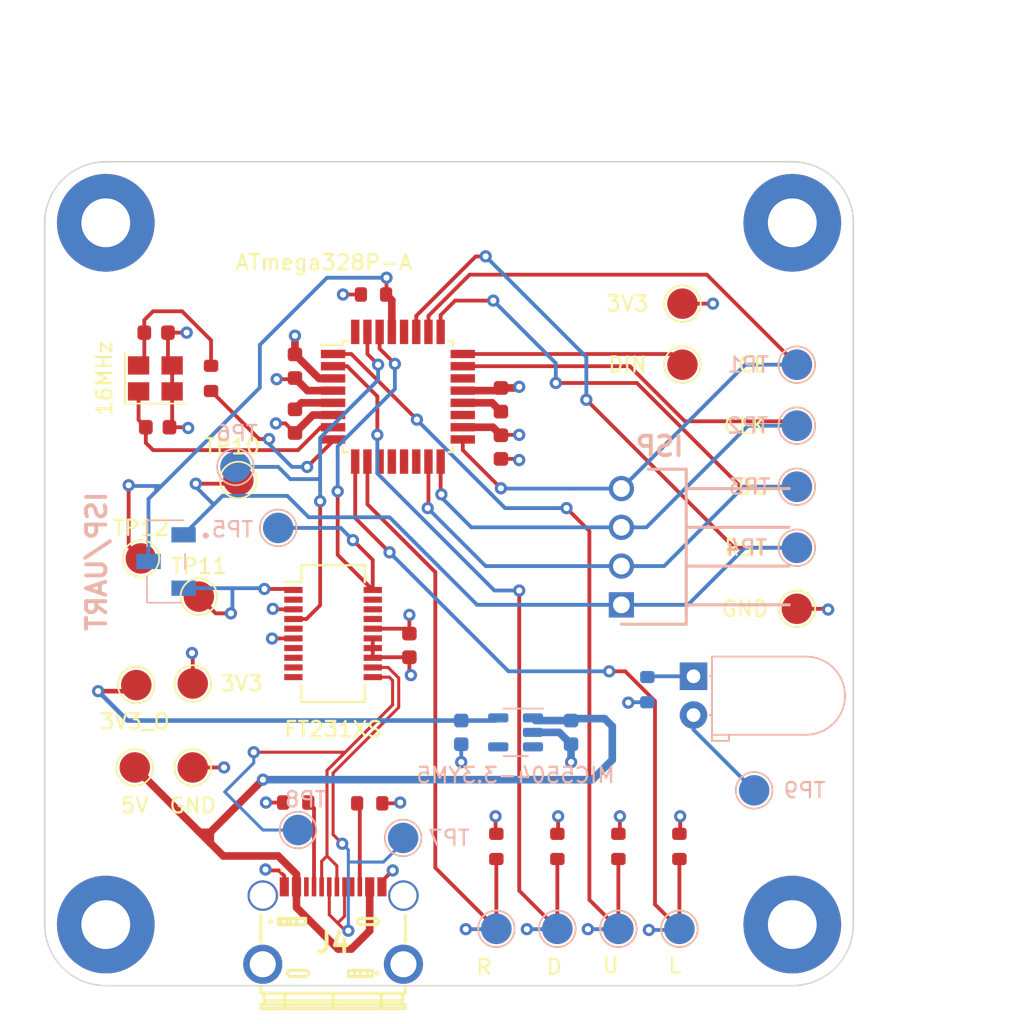
<source format=kicad_pcb>
(kicad_pcb (version 20221018) (generator pcbnew)
  (layers (0 "F.Cu" signal) (1 "In1.Cu" power) (2 "In2.Cu" power) (31 "B.Cu" signal) (34 "B.Paste" user) (35 "F.Paste" user) (36 "B.SilkS" user "B.Silkscreen") (37 "F.SilkS" user "F.Silkscreen") (38 "B.Mask" user) (39 "F.Mask" user) (44 "Edge.Cuts" user))
  (net 0 "")
  (net 1 "GND")
  (net 2 "3.3 Out")
  (net 3 "+3V3")
  (net 4 "HSE_IN")
  (net 5 "+5V")
  (net 6 "Net-(U1-AREF)")
  (net 7 "Net-(D1-K)")
  (net 8 "SCK")
  (net 9 "MISO")
  (net 10 "MOSI")
  (net 11 "DTR")
  (net 12 "RST")
  (net 13 "CE")
  (net 14 "DC")
  (net 15 "DIN")
  (net 17 "HSE_OUT")
  (net 18 "Button_Up")
  (net 19 "Button_Left")
  (net 20 "Button_Right")
  (net 21 "Button_Down")
  (net 30 "CLK")
  (net 32 "TX")
  (net 33 "RX")
  (net 41 "USB_Conn_D+")
  (net 42 "USB_Conn_D-")
  (net 47 "Net-(J4-CC1)")
  (net 48 "Net-(J4-CC2)")
  (net 49 "Net-(C7-Pad1)")
  (net 50 "Reset")
  (net 51 "RST_PROG")
  (footprint "Passives:C_0603_1608Metric" (layer "F.Cu") (at 104 76.2)
    (fp_text reference "C6" hide)
    (fp_text value "12p")
  )
  (footprint "Passives:C_0603_1608Metric" (layer "F.Cu") (at 126.5 77.5 -90)
    (fp_text reference "C4" hide)
    (fp_text value "100n")
  )
  (footprint "Passives:R_0603_1608Metric" (layer "F.Cu") (at 118.15 67.5)
    (fp_text reference "R2" hide)
    (fp_text value "10k")
  )
  (footprint "TestPoint:TestPoint_Pad_D2.0mm" (layer "F.Cu") (at 106.3 93)
    (fp_text reference "J14")
    (fp_text value "3V3")
  )
  (footprint "TestPoint:TestPoint_Pad_D2.0mm" (layer "F.Cu") (at 134.2 109.075)
    (fp_text reference "J8")
    (fp_text value "U")
  )
  (footprint "Passives:C_0603_1608Metric" (layer "F.Cu") (at 113 72.2 90)
    (fp_text reference "C5" hide)
    (fp_text value "100n")
  )
  (footprint "MountingHole:MountingHole_3.2mm_M3_Pad" (layer "F.Cu") (at 145.6 108.8)
    (fp_text reference "H4")
    (fp_text value "MountingHole_Pad")
  )
  (footprint "Passives:C_0603_1608Metric" (layer "F.Cu") (at 113 75.8 90)
    (fp_text reference "C3" hide)
    (fp_text value "4.7u")
  )
  (footprint "TestPoint:TestPoint_Pad_D2.0mm" (layer "F.Cu") (at 102.6 93.1)
    (fp_text reference "J13")
    (fp_text value "3V3_O")
  )
  (footprint "MountingHole:MountingHole_3.2mm_M3_Pad" (layer "F.Cu") (at 100.6 62.8)
    (fp_text reference "H1")
    (fp_text value "MountingHole_Pad")
  )
  (footprint "Package_QFP:TQFP-32_7x7mm_P0.8mm" (layer "F.Cu") (at 119.75 74.2)
    (fp_text reference "U1")
    (fp_text value "ATmega328P-A")
  )
  (footprint "Passives:R_0603_1608Metric" (layer "F.Cu") (at 138.2 103.675 90)
    (fp_text reference "R5" hide)
    (fp_text value "10k")
  )
  (footprint "TestPoint:TestPoint_Pad_D2.0mm" (layer "F.Cu") (at 145.9 88.1)
    (fp_text reference "J21")
    (fp_text value "GND")
  )
  (footprint "TestPoint:TestPoint_Pad_D2.0mm" (layer "F.Cu") (at 126.2 109.075)
    (fp_text reference "J12")
    (fp_text value "R")
  )
  (footprint "TestPoint:TestPoint_Pad_D2.0mm" (layer "F.Cu") (at 145.9 72.1)
    (fp_text reference "J16")
    (fp_text value "CE")
  )
  (footprint "MountingHole:MountingHole_3.2mm_M3_Pad" (layer "F.Cu") (at 145.6 62.8)
    (fp_text reference "H2")
    (fp_text value "MountingHole_Pad")
  )
  (footprint "TestPoint:TestPoint_Pad_D2.0mm" (layer "F.Cu") (at 102.5 98.5)
    (fp_text reference "J1")
    (fp_text value "5V")
  )
  (footprint "Passives:R_0603_1608Metric" (layer "F.Cu") (at 134.2 103.675 90)
    (fp_text reference "R4" hide)
    (fp_text value "10k")
  )
  (footprint "Crystal:Crystal_SMD_3225-4Pin_3.2x2.5mm" (layer "F.Cu") (at 103.85 73)
    (fp_text reference "Y1")
    (fp_text value "16MHz")
  )
  (footprint "TestPoint:TestPoint_Pad_D2.0mm" (layer "F.Cu") (at 138.4 72.1)
    (fp_text reference "J18")
    (fp_text value "DIN")
  )
  (footprint "TestPoint:TestPoint_Pad_D2.0mm" (layer "F.Cu") (at 138.2 109.075)
    (fp_text reference "J10")
    (fp_text value "L")
  )
  (footprint "Passives:R_0603_1608Metric" (layer "F.Cu") (at 126.2 103.675 90)
    (fp_text reference "R6" hide)
    (fp_text value "10k")
  )
  (footprint "TestPoints:TestPoint_Pad_D2.0mm" (layer "F.Cu") (at 106.7 87.3)
    (fp_text reference "TP11")
    (fp_text value "TestPoint")
  )
  (footprint "Connectors:USB480003A" (layer "F.Cu") (at 115.5 110)
    (fp_text reference "J4")
    (fp_text value "USB_C" hide)
  )
  (footprint "Passives:R_0603_1608Metric" (layer "F.Cu") (at 107.5 73 90)
    (fp_text reference "R3" hide)
    (fp_text value "0")
  )
  (footprint "Package_SO:SSOP-20_3.9x8.7mm_P0.635mm" (layer "F.Cu") (at 115.5 89.7225)
    (fp_text reference "U2")
    (fp_text value "FT231XS")
  )
  (footprint "TestPoint:TestPoint_Pad_D2.0mm" (layer "F.Cu") (at 145.9 76.1)
    (fp_text reference "J19")
    (fp_text value "CLK")
  )
  (footprint "Passives:C_0603_1608Metric" (layer "F.Cu") (at 126.5 74.4 90)
    (fp_text reference "C10" hide)
    (fp_text value "100n")
  )
  (footprint "Passives:R_0603_1608Metric" (layer "F.Cu") (at 113.05 100.8 180)
    (fp_text reference "R8" hide)
    (fp_text value "5.1k")
  )
  (footprint "TestPoint:TestPoint_Pad_D2.0mm" (layer "F.Cu") (at 145.9 84.1)
    (fp_text reference "J3")
    (fp_text value "RST")
  )
  (footprint "TestPoints:TestPoint_Pad_D2.0mm" (layer "F.Cu") (at 109.29 79.66)
    (fp_text reference "TP10")
    (fp_text value "TestPoint")
  )
  (footprint "Passives:R_0603_1608Metric" (layer "F.Cu") (at 117.9 100.85)
    (fp_text reference "R9" hide)
    (fp_text value "5.1k")
  )
  (footprint "Passives:C_0603_1608Metric" (layer "F.Cu") (at 103.9 70)
    (fp_text reference "C7" hide)
    (fp_text value "12p")
  )
  (footprint "TestPoints:TestPoint_Pad_D2.0mm" (layer "F.Cu") (at 102.9 84.8)
    (fp_text reference "TP12")
    (fp_text value "TestPoint")
  )
  (footprint "TestPoint:TestPoint_Pad_D2.0mm" (layer "F.Cu") (at 106.3 98.5)
    (fp_text reference "J15")
    (fp_text value "GND")
  )
  (footprint "MountingHole:MountingHole_3.2mm_M3_Pad" (layer "F.Cu") (at 100.6 108.8)
    (fp_text reference "H3")
    (fp_text value "MountingHole_Pad")
  )
  (footprint "Passives:C_0603_1608Metric" (layer "F.Cu") (at 120.5 90.5 90)
    (fp_text reference "C8" hide)
    (fp_text value "100n")
  )
  (footprint "Passives:R_0603_1608Metric" (layer "F.Cu") (at 130.2 103.675 90)
    (fp_text reference "R7" hide)
    (fp_text value "10k")
  )
  (footprint "TestPoint:TestPoint_Pad_D2.0mm" (layer "F.Cu") (at 138.4 68.1)
    (fp_text reference "J20")
    (fp_text value "3V3")
  )
  (footprint "TestPoint:TestPoint_Pad_D2.0mm" (layer "F.Cu") (at 145.9 80.1)
    (fp_text reference "J17")
    (fp_text value "DC")
  )
  (footprint "TestPoint:TestPoint_Pad_D2.0mm" (layer "F.Cu") (at 130.2 109.075)
    (fp_text reference "J5")
    (fp_text value "D")
  )
  (footprint "Connectors:Conn_01x04_90" (layer "B.Cu") (at 134.4 87.84 90)
    (fp_text reference "J2")
    (fp_text value "ISP")
  )
  (footprint "TestPoints:TestPoint_Pad_D2.0mm" (layer "B.Cu") (at 145.9 76.1 180)
    (fp_text reference "TP2")
    (fp_text value "TestPoint")
  )
  (footprint "TestPoints:TestPoint_Pad_D2.0mm" (layer "B.Cu") (at 145.9 72.1 180)
    (fp_text reference "TP1")
    (fp_text value "TestPoint")
  )
  (footprint "Passives:C_0603_1608Metric" (layer "B.Cu") (at 123.9 96.2 -90)
    (fp_text reference "C2" hide)
    (fp_text value "1u")
  )
  (footprint "TestPoints:TestPoint_Pad_D2.0mm" (layer "B.Cu") (at 109.1 78.8 180)
    (fp_text reference "TP6")
    (fp_text value "TestPoint")
  )
  (footprint "TestPoints:TestPoint_Pad_D2.0mm" (layer "B.Cu") (at 111.9 82.8 180)
    (fp_text reference "TP5")
    (fp_text value "TestPoint")
  )
  (footprint "TestPoints:TestPoint_Pad_D2.0mm" (layer "B.Cu") (at 145.9 80.1 180)
    (fp_text reference "TP3")
    (fp_text value "TestPoint")
  )
  (footprint "TestPoints:TestPoint_Pad_D2.0mm" (layer "B.Cu") (at 113.2 102.6 180)
    (fp_text reference "TP8")
    (fp_text value "TestPoint")
  )
  (footprint "TestPoints:TestPoint_Pad_D2.0mm" (layer "B.Cu") (at 143.1 100 180)
    (fp_text reference "TP9")
    (fp_text value "TestPoint")
  )
  (footprint "LED_THT:LED_D5.0mm_Horizontal_O1.27mm_Z3.0mm" (layer "B.Cu") (at 139.125 92.525 -90)
    (fp_text reference "D1")
    (fp_text value "RED_LED")
  )
  (footprint "Passives:R_0603_1608Metric" (layer "B.Cu") (at 136.1 93.4 -90)
    (fp_text reference "R1" hide)
    (fp_text value "130")
  )
  (footprint "TestPoints:TestPoint_Pad_D2.0mm" (layer "B.Cu") (at 145.9 84.1 180)
    (fp_text reference "TP4")
    (fp_text value "TestPoint")
  )
  (footprint "Package_TO_SOT_SMD:SOT-23-5" (layer "B.Cu") (at 127.4625 96.2 180)
    (fp_text reference "U4")
    (fp_text value "MIC5504-3.3YM5")
  )
  (footprint "TestPoint:TestPoint_Pad_D2.0mm" (layer "B.Cu") (at 126.2 109.075 180)
    (fp_text reference "J7")
    (fp_text value "3V3")
  )
  (footprint "TestPoint:TestPoint_Pad_D2.0mm" (layer "B.Cu") (at 130.2 109.075 180)
    (fp_text reference "J6")
    (fp_text value "3V3")
  )
  (footprint "TestPoints:TestPoint_Pad_D2.0mm" (layer "B.Cu") (at 120.09 103.12 180)
    (fp_text reference "TP7")
    (fp_text value "TestPoint")
  )
  (footprint "Connectors:SPDT_switch" (layer "B.Cu") (at 104.55 85 -90)
    (fp_text reference "SW6")
    (fp_text value "ISP/UART")
  )
  (footprint "Passives:C_0603_1608Metric" (layer "B.Cu") (at 131.1 96.2 -90)
    (fp_text reference "C1" hide)
    (fp_text value "1u")
  )
  (footprint "TestPoint:TestPoint_Pad_D2.0mm" (layer "B.Cu") (at 134.2 109.075 180)
    (fp_text reference "J9")
    (fp_text value "3V3")
  )
  (footprint "TestPoint:TestPoint_Pad_D2.0mm" (layer "B.Cu") (at 138.2 109.075 180)
    (fp_text reference "J11")
    (fp_text value "3V3")
  )
  (gr_arc (start 96.6 62.8) (mid 97.771573 59.971573) (end 100.6 58.8) (stroke (width 0.1)) (layer "Edge.Cuts"))
  (gr_line (start 149.6 62.8) (end 149.6 108.8) (stroke (width 0.1)) (layer "Edge.Cuts"))
  (gr_line (start 96.6 108.8) (end 96.6 62.8) (stroke (width 0.1)) (layer "Edge.Cuts"))
  (gr_line (start 100.6 58.8) (end 145.6 58.8) (stroke (width 0.1)) (layer "Edge.Cuts"))
  (gr_line (start 145.6 112.8) (end 100.7 112.8) (stroke (width 0.1)) (layer "Edge.Cuts"))
  (gr_arc (start 149.6 108.8) (mid 148.428427 111.628427) (end 145.6 112.8) (stroke (width 0.1)) (layer "Edge.Cuts"))
  (gr_arc (start 145.6 58.8) (mid 148.428427 59.971573) (end 149.6 62.8) (stroke (width 0.1)) (layer "Edge.Cuts"))
  (gr_line (start 100.7 112.8) (end 100.6 112.8) (stroke (width 0.1)) (layer "Edge.Cuts"))
  (gr_arc (start 100.6 112.8) (mid 97.771573 111.628427) (end 96.6 108.8) (stroke (width 0.1)) (layer "Edge.Cuts"))
  (segment (start 113 71.425) (end 114.575 73) (width 0.5) (layer "F.Cu") (net 1))
  (segment (start 145.9 88.1) (end 147.9 88.1) (width 0.25) (layer "F.Cu") (net 1))
  (segment (start 130.25 102.8) (end 130.2 102.85) (width 0.25) (layer "F.Cu") (net 1))
  (segment (start 126.15 101.7) (end 126.15 102.8) (width 0.25) (layer "F.Cu") (net 1))
  (segment (start 147.9 88.1) (end 147.95 88.15) (width 0.25) (layer "F.Cu") (net 1))
  (segment (start 111.94 105.25) (end 111.13 105.25) (width 0.25) (layer "F.Cu") (net 1))
  (segment (start 120.5 89.725) (end 120.18 89.405) (width 0.25) (layer "F.Cu") (net 1))
  (segment (start 112.3 106.325) (end 112.3 105.61) (width 0.25) (layer "F.Cu") (net 1))
  (segment (start 118.7 106.325) (end 118.7 105.960786) (width 0.25) (layer "F.Cu") (net 1))
  (segment (start 112.9 90.04) (end 111.51 90.04) (width 0.25) (layer "F.Cu") (net 1))
  (segment (start 126.15 102.8) (end 126.2 102.85) (width 0.25) (layer "F.Cu") (net 1))
  (segment (start 104.95 73.85) (end 104.95 76.025) (width 0.25) (layer "F.Cu") (net 1))
  (segment (start 120.18 89.405) (end 118.1 89.405) (width 0.25) (layer "F.Cu") (net 1))
  (segment (start 104.775 76.2) (end 105.95 76.2) (width 0.25) (layer "F.Cu") (net 1))
  (segment (start 112.3 105.61) (end 111.94 105.25) (width 0.25) (layer "F.Cu") (net 1))
  (segment (start 134.3 102.75) (end 134.2 102.85) (width 0.25) (layer "F.Cu") (net 1))
  (segment (start 126.325 73.8) (end 124 73.8) (width 0.5) (layer "F.Cu") (net 1))
  (segment (start 112.225 100.8) (end 111.1 100.8) (width 0.25) (layer "F.Cu") (net 1))
  (segment (start 138.25 101.7) (end 138.25 102.8) (width 0.25) (layer "F.Cu") (net 1))
  (segment (start 118.7 105.960786) (end 119.409647 105.251139) (width 0.25) (layer "F.Cu") (net 1))
  (segment (start 127.625 73.625) (end 127.7 73.55) (width 0.5) (layer "F.Cu") (net 1))
  (segment (start 111.51 90.04) (end 111.5 90.05) (width 0.25) (layer "F.Cu") (net 1))
  (segment (start 114.575 73) (end 115.5 73) (width 0.5) (layer "F.Cu") (net 1))
  (segment (start 126.5 73.625) (end 127.625 73.625) (width 0.5) (layer "F.Cu") (net 1))
  (segment (start 104.95 76.025) (end 104.775 76.2) (width 0.25) (layer "F.Cu") (net 1))
  (segment (start 120.5 89.725) (end 120.5 88.5) (width 0.25) (layer "F.Cu") (net 1))
  (segment (start 119.85 100.85) (end 119.9 100.8) (width 0.25) (layer "F.Cu") (net 1))
  (segment (start 104.95 72.15) (end 104.95 73.85) (width 0.25) (layer "F.Cu") (net 1))
  (segment (start 118.725 100.85) (end 119.85 100.85) (width 0.25) (layer "F.Cu") (net 1))
  (segment (start 105.95 76.2) (end 106 76.25) (width 0.25) (layer "F.Cu") (net 1))
  (segment (start 104.675 70) (end 104.675 71.875) (width 0.25) (layer "F.Cu") (net 1))
  (segment (start 113 75.025) (end 113.425 74.6) (width 0.5) (layer "F.Cu") (net 1))
  (segment (start 111.13 105.25) (end 111.07 105.19) (width 0.25) (layer "F.Cu") (net 1))
  (segment (start 104.675 71.875) (end 104.95 72.15) (width 0.25) (layer "F.Cu") (net 1))
  (segment (start 138.25 102.8) (end 138.2 102.85) (width 0.25) (layer "F.Cu") (net 1))
  (segment (start 134.3 101.7) (end 134.3 102.75) (width 0.25) (layer "F.Cu") (net 1))
  (segment (start 113.425 74.6) (end 115.5 74.6) (width 0.5) (layer "F.Cu") (net 1))
  (segment (start 106.3 98.5) (end 108.35 98.5) (width 0.25) (layer "F.Cu") (net 1))
  (segment (start 130.25 101.7) (end 130.25 102.8) (width 0.25) (layer "F.Cu") (net 1))
  (segment (start 126.5 78.275) (end 127.625 78.275) (width 0.25) (layer "F.Cu") (net 1))
  (segment (start 126.5 73.625) (end 126.325 73.8) (width 0.5) (layer "F.Cu") (net 1))
  (segment (start 127.625 78.275) (end 127.7 78.35) (width 0.25) (layer "F.Cu") (net 1))
  (segment (start 104.675 70) (end 105.9 70) (width 0.25) (layer "F.Cu") (net 1))
  (segment (start 113 71.425) (end 113 70.2) (width 0.5) (layer "F.Cu") (net 1))
  (via (at 119.409647 105.251139) (size 0.8) (drill 0.4) (layers "F.Cu" "B.Cu") (net 1))
  (via (at 127.7 78.35) (size 0.8) (drill 0.4) (layers "F.Cu" "B.Cu") (net 1))
  (via (at 130.25 101.7) (size 0.8) (drill 0.4) (layers "F.Cu" "B.Cu") (net 1))
  (via (at 108.35 98.5) (size 0.8) (drill 0.4) (layers "F.Cu" "B.Cu") (net 1))
  (via (at 105.9 70) (size 0.8) (drill 0.4) (layers "F.Cu" "B.Cu") (net 1))
  (via (at 127.7 73.55) (size 0.8) (drill 0.4) (layers "F.Cu" "B.Cu") (net 1))
  (via (at 138.25 101.7) (size 0.8) (drill 0.4) (layers "F.Cu" "B.Cu") (net 1))
  (via (at 111.07 105.19) (size 0.8) (drill 0.4) (layers "F.Cu" "B.Cu") (net 1))
  (via (at 134.3 101.7) (size 0.8) (drill 0.4) (layers "F.Cu" "B.Cu") (net 1))
  (via (at 134.85 94.25) (size 0.8) (drill 0.4) (layers "F.Cu" "B.Cu") (net 1))
  (via (at 106 76.25) (size 0.8) (drill 0.4) (layers "F.Cu" "B.Cu") (net 1))
  (via (at 113 70.2) (size 0.8) (drill 0.4) (layers "F.Cu" "B.Cu") (net 1))
  (via (at 111.5 90.05) (size 0.8) (drill 0.4) (layers "F.Cu" "B.Cu") (net 1))
  (via (at 119.9 100.8) (size 0.8) (drill 0.4) (layers "F.Cu" "B.Cu") (net 1))
  (via (at 126.15 101.7) (size 0.8) (drill 0.4) (layers "F.Cu" "B.Cu") (net 1))
  (via (at 120.5 88.5) (size 0.8) (drill 0.4) (layers "F.Cu" "B.Cu") (net 1))
  (via (at 111.1 100.8) (size 0.8) (drill 0.4) (layers "F.Cu" "B.Cu") (net 1))
  (via (at 123.9 98.15) (size 0.8) (drill 0.4) (layers "F.Cu" "B.Cu") (net 1))
  (via (at 147.95 88.15) (size 0.8) (drill 0.4) (layers "F.Cu" "B.Cu") (net 1))
  (via (at 131.1 98.15) (size 0.8) (drill 0.4) (layers "F.Cu" "B.Cu") (net 1))
  (segment (start 131.1 96.975) (end 130.325 96.2) (width 0.5) (layer "B.Cu") (net 1))
  (segment (start 136.1 94.225) (end 134.875 94.225) (width 0.25) (layer "B.Cu") (net 1))
  (segment (start 123.9 96.975) (end 123.9 98.15) (width 0.25) (layer "B.Cu") (net 1))
  (segment (start 134.875 94.225) (end 134.85 94.25) (width 0.25) (layer "B.Cu") (net 1))
  (segment (start 130.325 96.2) (end 128.6 96.2) (width 0.5) (layer "B.Cu") (net 1))
  (segment (start 131.1 96.975) (end 131.1 98.15) (width 0.5) (layer "B.Cu") (net 1))
  (segment (start 102.2 93.5) (end 102.6 93.1) (width 0.3) (layer "F.Cu") (net 2))
  (segment (start 100.1 93.5) (end 102.2 93.5) (width 0.3) (layer "F.Cu") (net 2))
  (via (at 100.1 93.5) (size 0.8) (drill 0.4) (layers "F.Cu" "B.Cu") (net 2))
  (segment (start 123.9 95.425) (end 102.025 95.425) (width 0.3) (layer "B.Cu") (net 2))
  (segment (start 126.15 95.425) (end 126.325 95.25) (width 0.3) (layer "B.Cu") (net 2))
  (segment (start 102.025 95.425) (end 100.1 93.5) (width 0.3) (layer "B.Cu") (net 2))
  (segment (start 123.9 95.425) (end 126.15 95.425) (width 0.3) (layer "B.Cu") (net 2))
  (segment (start 113 72.975) (end 113.825 73.8) (width 0.5) (layer "F.Cu") (net 3))
  (segment (start 120.5 92.35) (end 120.6 92.45) (width 0.25) (layer "F.Cu") (net 3))
  (segment (start 112.9 88.135) (end 111.585 88.135) (width 0.25) (layer "F.Cu") (net 3))
  (segment (start 106.3 93) (end 106.3 91.05) (width 0.25) (layer "F.Cu") (net 3))
  (segment (start 106.3 91.05) (end 106.25 91) (width 0.25) (layer "F.Cu") (net 3))
  (segment (start 112.375 75.95) (end 113 76.575) (width 0.25) (layer "F.Cu") (net 3))
  (segment (start 112.925 73.05) (end 113 72.975) (width 0.25) (layer "F.Cu") (net 3))
  (segment (start 138.4 68.1) (end 140.4 68.1) (width 0.25) (layer "F.Cu") (net 3))
  (segment (start 111.8 73.05) (end 112.925 73.05) (width 0.25) (layer "F.Cu") (net 3))
  (segment (start 111.585 88.135) (end 111.55 88.1) (width 0.25) (layer "F.Cu") (net 3))
  (segment (start 113.825 73.8) (end 115.5 73.8) (width 0.5) (layer "F.Cu") (net 3))
  (segment (start 126.5 76.725) (end 125.975 76.2) (width 0.5) (layer "F.Cu") (net 3))
  (segment (start 126.525 76.7) (end 126.5 76.725) (width 0.25) (layer "F.Cu") (net 3))
  (segment (start 117.325 67.5) (end 116.15 67.5) (width 0.25) (layer "F.Cu") (net 3))
  (segment (start 127.7 76.7) (end 126.525 76.7) (width 0.25) (layer "F.Cu") (net 3))
  (segment (start 120.5 91.275) (end 118.135 91.275) (width 0.25) (layer "F.Cu") (net 3))
  (segment (start 125.975 76.2) (end 124 76.2) (width 0.5) (layer "F.Cu") (net 3))
  (segment (start 118.135 91.275) (end 118.1 91.31) (width 0.25) (layer "F.Cu") (net 3))
  (segment (start 114.175 75.4) (end 115.5 75.4) (width 0.5) (layer "F.Cu") (net 3))
  (segment (start 113 76.575) (end 114.175 75.4) (width 0.5) (layer "F.Cu") (net 3))
  (segment (start 120.5 91.275) (end 120.5 92.35) (width 0.25) (layer "F.Cu") (net 3))
  (segment (start 118.1 91.31) (end 118.1 90.04) (width 0.25) (layer "F.Cu") (net 3))
  (segment (start 111.75 75.95) (end 112.375 75.95) (width 0.25) (layer "F.Cu") (net 3))
  (via (at 111.75 75.95) (size 0.8) (drill 0.4) (layers "F.Cu" "B.Cu") (net 3))
  (via (at 111.8 73.05) (size 0.8) (drill 0.4) (layers "F.Cu" "B.Cu") (net 3))
  (via (at 132.2 109.1) (size 0.8) (drill 0.4) (layers "F.Cu" "B.Cu") (net 3))
  (via (at 128.2 109.1) (size 0.8) (drill 0.4) (layers "F.Cu" "B.Cu") (net 3))
  (via (at 124.2 109.1) (size 0.8) (drill 0.4) (layers "F.Cu" "B.Cu") (net 3))
  (via (at 136.2 109.15) (size 0.8) (drill 0.4) (layers "F.Cu" "B.Cu") (net 3))
  (via (at 127.7 76.7) (size 0.8) (drill 0.4) (layers "F.Cu" "B.Cu") (net 3))
  (via (at 116.15 67.5) (size 0.8) (drill 0.4) (layers "F.Cu" "B.Cu") (net 3))
  (via (at 140.4 68.1) (size 0.8) (drill 0.4) (layers "F.Cu" "B.Cu") (net 3))
  (via (at 111.55 88.1) (size 0.8) (drill 0.4) (layers "F.Cu" "B.Cu") (net 3))
  (via (at 106.25 91) (size 0.8) (drill 0.4) (layers "F.Cu" "B.Cu") (net 3))
  (via (at 120.6 92.45) (size 0.8) (drill 0.4) (layers "F.Cu" "B.Cu") (net 3))
  (segment (start 126.175 109.1) (end 126.2 109.075) (width 0.25) (layer "B.Cu") (net 3))
  (segment (start 128.2 109.1) (end 130.175 109.1) (width 0.25) (layer "B.Cu") (net 3))
  (segment (start 139.125 96.025) (end 139.125 95.065) (width 0.25) (layer "B.Cu") (net 3))
  (segment (start 136.2 109.15) (end 138.125 109.15) (width 0.25) (layer "B.Cu") (net 3))
  (segment (start 132.2 109.1) (end 134.175 109.1) (width 0.25) (layer "B.Cu") (net 3))
  (segment (start 138.125 109.15) (end 138.2 109.075) (width 0.25) (layer "B.Cu") (net 3))
  (segment (start 143.1 100) (end 139.125 96.025) (width 0.25) (layer "B.Cu") (net 3))
  (segment (start 134.175 109.1) (end 134.2 109.075) (width 0.25) (layer "B.Cu") (net 3))
  (segment (start 124.2 109.1) (end 126.175 109.1) (width 0.25) (layer "B.Cu") (net 3))
  (segment (start 130.175 109.1) (end 130.2 109.075) (width 0.25) (layer "B.Cu") (net 3))
  (segment (start 103.225 76.2) (end 102.75 75.725) (width 0.25) (layer "F.Cu") (net 4))
  (segment (start 114.7 76.2) (end 113.2 77.7) (width 0.25) (layer "F.Cu") (net 4))
  (segment (start 113.2 77.7) (end 103.7 77.7) (width 0.25) (layer "F.Cu") (net 4))
  (segment (start 115.5 76.2) (end 114.7 76.2) (width 0.25) (layer "F.Cu") (net 4))
  (segment (start 103.225 77.225) (end 103.225 76.2) (width 0.25) (layer "F.Cu") (net 4))
  (segment (start 103.7 77.7) (end 103.225 77.225) (width 0.25) (layer "F.Cu") (net 4))
  (segment (start 102.75 75.725) (end 102.75 73.85) (width 0.25) (layer "F.Cu") (net 4))
  (segment (start 107.45 103.45) (end 107.45 102.75) (width 0.5) (layer "F.Cu") (net 5))
  (segment (start 107.45 103.45) (end 108.3 104.3) (width 0.5) (layer "F.Cu") (net 5))
  (segment (start 113.1 105.5) (end 113.1 106.7) (width 0.5) (layer "F.Cu") (net 5))
  (segment (start 115.825 110.4) (end 116.7 110.4) (width 0.5) (layer "F.Cu") (net 5))
  (segment (start 106.65 102.65) (end 107.1 103.1) (width 0.5) (layer "F.Cu") (net 5))
  (segment (start 102.5 98.5) (end 106.65 102.65) (width 0.5) (layer "F.Cu") (net 5))
  (segment (start 116.7 110.4) (end 117.9 109.2) (width 0.5) (layer "F.Cu") (net 5))
  (segment (start 113.1 106.7) (end 113.1 107.675) (width 0.5) (layer "F.Cu") (net 5))
  (segment (start 107.45 102.75) (end 106.75 102.75) (width 0.5) (layer "F.Cu") (net 5))
  (segment (start 117.9 109.2) (end 117.9 106.7) (width 0.5) (layer "F.Cu") (net 5))
  (segment (start 113.1 107.675) (end 115.825 110.4) (width 0.5) (layer "F.Cu") (net 5))
  (segment (start 111.9 104.3) (end 113.1 105.5) (width 0.5) (layer "F.Cu") (net 5))
  (segment (start 108.3 104.3) (end 111.9 104.3) (width 0.5) (layer "F.Cu") (net 5))
  (segment (start 107.1 103.1) (end 107.45 102.75) (width 0.5) (layer "F.Cu") (net 5))
  (segment (start 107.1 103.1) (end 107.45 103.45) (width 0.5) (layer "F.Cu") (net 5))
  (segment (start 110.9 99.3) (end 107.45 102.75) (width 0.5) (layer "F.Cu") (net 5))
  (segment (start 106.75 102.75) (end 106.65 102.65) (width 0.5) (layer "F.Cu") (net 5))
  (via (at 110.9 99.3) (size 0.8) (drill 0.4) (layers "F.Cu" "B.Cu") (net 5))
  (segment (start 133.8 95.8) (end 133.3 95.3) (width 0.5) (layer "B.Cu") (net 5))
  (segment (start 110.9 99.3) (end 132.5 99.3) (width 0.5) (layer "B.Cu") (net 5))
  (segment (start 133.8 98) (end 133.8 95.8) (width 0.5) (layer "B.Cu") (net 5))
  (segment (start 131.225 95.3) (end 131.1 95.425) (width 0.5) (layer "B.Cu") (net 5))
  (segment (start 131.1 95.425) (end 128.775 95.425) (width 0.5) (layer "B.Cu") (net 5))
  (segment (start 132.5 99.3) (end 133.8 98) (width 0.5) (layer "B.Cu") (net 5))
  (segment (start 128.775 95.425) (end 128.6 95.25) (width 0.5) (layer "B.Cu") (net 5))
  (segment (start 133.3 95.3) (end 131.225 95.3) (width 0.5) (layer "B.Cu") (net 5))
  (segment (start 126.5 75.175) (end 125.925 74.6) (width 0.5) (layer "F.Cu") (net 6))
  (segment (start 125.925 74.6) (end 124 74.6) (width 0.5) (layer "F.Cu") (net 6))
  (segment (start 136.1 92.575) (end 136.15 92.525) (width 0.25) (layer "B.Cu") (net 7))
  (segment (start 136.15 92.525) (end 139.125 92.525) (width 0.25) (layer "B.Cu") (net 7))
  (segment (start 124 77.7) (end 124 77) (width 0.25) (layer "F.Cu") (net 8))
  (segment (start 126.5 80.2) (end 124 77.7) (width 0.25) (layer "F.Cu") (net 8))
  (via (at 126.5 80.2) (size 0.8) (drill 0.4) (layers "F.Cu" "B.Cu") (net 8))
  (segment (start 126.52 80.22) (end 126.5 80.2) (width 0.25) (layer "B.Cu") (net 8))
  (segment (start 142.52 72.1) (end 145.9 72.1) (width 0.25) (layer "B.Cu") (net 8))
  (segment (start 131 80.22) (end 126.52 80.22) (width 0.25) (layer "B.Cu") (net 8))
  (segment (start 134.4 80.22) (end 131 80.22) (width 0.25) (layer "B.Cu") (net 8))
  (segment (start 134.4 80.22) (end 142.52 72.1) (width 0.25) (layer "B.Cu") (net 8))
  (segment (start 122.6 80.6) (end 122.55 80.55) (width 0.25) (layer "F.Cu") (net 9))
  (segment (start 122.55 80.55) (end 122.55 78.45) (width 0.25) (layer "F.Cu") (net 9))
  (via (at 122.6 80.6) (size 0.8) (drill 0.4) (layers "F.Cu" "B.Cu") (net 9))
  (segment (start 136.04 82.76) (end 142.7 76.1) (width 0.25) (layer "B.Cu") (net 9))
  (segment (start 142.7 76.1) (end 145.9 76.1) (width 0.25) (layer "B.Cu") (net 9))
  (segment (start 122.6 80.8) (end 124.56 82.76) (width 0.25) (layer "B.Cu") (net 9))
  (segment (start 124.56 82.76) (end 134.4 82.76) (width 0.25) (layer "B.Cu") (net 9))
  (segment (start 122.6 80.6) (end 122.6 80.8) (width 0.25) (layer "B.Cu") (net 9))
  (segment (start 134.4 82.76) (end 136.04 82.76) (width 0.25) (layer "B.Cu") (net 9))
  (segment (start 121.75 81.45) (end 121.75 78.45) (width 0.25) (layer "F.Cu") (net 10))
  (segment (start 121.7 81.5) (end 121.75 81.45) (width 0.25) (layer "F.Cu") (net 10))
  (via (at 121.7 81.5) (size 0.8) (drill 0.4) (layers "F.Cu" "B.Cu") (net 10))
  (segment (start 134.4 85.3) (end 125.5 85.3) (width 0.25) (layer "B.Cu") (net 10))
  (segment (start 125.5 85.3) (end 121.7 81.5) (width 0.25) (layer "B.Cu") (net 10))
  (segment (start 142.4 80.1) (end 145.9 80.1) (width 0.25) (layer "B.Cu") (net 10))
  (segment (start 137.2 85.3) (end 142.4 80.1) (width 0.25) (layer "B.Cu") (net 10))
  (segment (start 134.4 85.3) (end 137.2 85.3) (width 0.25) (layer "B.Cu") (net 10))
  (segment (start 111 86.8) (end 112.835 86.8) (width 0.25) (layer "F.Cu") (net 11))
  (segment (start 112.835 86.8) (end 112.9 86.865) (width 0.25) (layer "F.Cu") (net 11))
  (segment (start 107.8 88.4) (end 106.7 87.3) (width 0.25) (layer "F.Cu") (net 11))
  (segment (start 108.8 88.4) (end 107.8 88.4) (width 0.25) (layer "F.Cu") (net 11))
  (via (at 108.8 88.4) (size 0.8) (drill 0.4) (layers "F.Cu" "B.Cu") (net 11))
  (via (at 111 86.8) (size 0.8) (drill 0.4) (layers "F.Cu" "B.Cu") (net 11))
  (segment (start 108.9 88.3) (end 108.8 88.4) (width 0.25) (layer "B.Cu") (net 11))
  (segment (start 108.9 86.75) (end 108.9 88.3) (width 0.25) (layer "B.Cu") (net 11))
  (segment (start 108.9 86.75) (end 110.95 86.75) (width 0.25) (layer "B.Cu") (net 11))
  (segment (start 110.95 86.75) (end 111 86.8) (width 0.25) (layer "B.Cu") (net 11))
  (segment (start 105.7 86.75) (end 108.9 86.75) (width 0.25) (layer "B.Cu") (net 11))
  (segment (start 120.95 68.9) (end 120.95 69.95) (width 0.25) (layer "F.Cu") (net 12))
  (segment (start 124.85 65) (end 120.95 68.9) (width 0.25) (layer "F.Cu") (net 12))
  (segment (start 145.9 84.1) (end 141.8 84.1) (width 0.25) (layer "F.Cu") (net 12))
  (segment (start 141.8 84.1) (end 132.1 74.4) (width 0.25) (layer "F.Cu") (net 12))
  (segment (start 125.5 65) (end 124.85 65) (width 0.25) (layer "F.Cu") (net 12))
  (via (at 125.5 65) (size 0.8) (drill 0.4) (layers "F.Cu" "B.Cu") (net 12))
  (via (at 132.1 74.4) (size 0.8) (drill 0.4) (layers "F.Cu" "B.Cu") (net 12))
  (segment (start 132.1 74.4) (end 132.1 71.6) (width 0.25) (layer "B.Cu") (net 12))
  (segment (start 132.1 71.6) (end 125.5 65) (width 0.25) (layer "B.Cu") (net 12))
  (segment (start 145.9 72.1) (end 140 66.2) (width 0.25) (layer "F.Cu") (net 13))
  (segment (start 124.45 66.2) (end 121.75 68.9) (width 0.25) (layer "F.Cu") (net 13))
  (segment (start 140 66.2) (end 124.45 66.2) (width 0.25) (layer "F.Cu") (net 13))
  (segment (start 121.75 68.9) (end 121.75 69.95) (width 0.25) (layer "F.Cu") (net 13))
  (segment (start 142.213604 80.1) (end 135.413604 73.3) (width 0.25) (layer "F.Cu") (net 14))
  (segment (start 123.5 67.9) (end 122.55 68.85) (width 0.25) (layer "F.Cu") (net 14))
  (segment (start 126 67.9) (end 123.5 67.9) (width 0.25) (layer "F.Cu") (net 14))
  (segment (start 135.413604 73.3) (end 130.1 73.3) (width 0.25) (layer "F.Cu") (net 14))
  (segment (start 122.55 68.85) (end 122.55 69.95) (width 0.25) (layer "F.Cu") (net 14))
  (segment (start 145.9 80.1) (end 142.213604 80.1) (width 0.25) (layer "F.Cu") (net 14))
  (via (at 130.1 73.3) (size 0.8) (drill 0.4) (layers "F.Cu" "B.Cu") (net 14))
  (via (at 126 67.9) (size 0.8) (drill 0.4) (layers "F.Cu" "B.Cu") (net 14))
  (segment (start 130.1 73.3) (end 130.1 72) (width 0.25) (layer "B.Cu") (net 14))
  (segment (start 130.1 72) (end 126 67.9) (width 0.25) (layer "B.Cu") (net 14))
  (segment (start 138.4 72.1) (end 137.7 71.4) (width 0.25) (layer "F.Cu") (net 15))
  (segment (start 137.7 71.4) (end 124 71.4) (width 0.25) (layer "F.Cu") (net 15))
  (segment (start 107.5 73.825) (end 110.6505 76.9755) (width 0.25) (layer "F.Cu") (net 17))
  (segment (start 113.8 78.8) (end 115.5 77.1) (width 0.25) (layer "F.Cu") (net 17))
  (segment (start 110.6505 76.9755) (end 111.3 76.9755) (width 0.25) (layer "F.Cu") (net 17))
  (segment (start 115.5 77.1) (end 115.5 77) (width 0.25) (layer "F.Cu") (net 17))
  (via (at 111.3 76.9755) (size 0.8) (drill 0.4) (layers "F.Cu" "B.Cu") (net 17))
  (via (at 113.8 78.8) (size 0.8) (drill 0.4) (layers "F.Cu" "B.Cu") (net 17))
  (segment (start 111.3 76.9755) (end 111.3 77.3) (width 0.25) (layer "B.Cu") (net 17))
  (segment (start 112.8 78.8) (end 113.8 78.8) (width 0.25) (layer "B.Cu") (net 17))
  (segment (start 111.3 77.3) (end 112.8 78.8) (width 0.25) (layer "B.Cu") (net 17))
  (segment (start 132.3 103.6) (end 132.3 83) (width 0.25) (layer "F.Cu") (net 18))
  (segment (start 134.2 109.075) (end 132.3 107.175) (width 0.25) (layer "F.Cu") (net 18))
  (segment (start 132.3 107.175) (end 132.3 103.6) (width 0.25) (layer "F.Cu") (net 18))
  (segment (start 132.3 83) (end 130.8 81.5) (width 0.25) (layer "F.Cu") (net 18))
  (segment (start 120.992893 75.7) (end 116.692893 71.4) (width 0.25) (layer "F.Cu") (net 18))
  (segment (start 116.692893 71.4) (end 115.5 71.4) (width 0.25) (layer "F.Cu") (net 18))
  (segment (start 134.2 109.075) (end 134.2 104.5) (width 0.25) (layer "F.Cu") (net 18))
  (via (at 120.992893 75.7) (size 0.8) (drill 0.4) (layers "F.Cu" "B.Cu") (net 18))
  (via (at 130.8 81.5) (size 0.8) (drill 0.4) (layers "F.Cu" "B.Cu") (net 18))
  (segment (start 126.774695 81.5) (end 130.8 81.5) (width 0.25) (layer "B.Cu") (net 18))
  (segment (start 120.992893 75.718198) (end 126.774695 81.5) (width 0.25) (layer "B.Cu") (net 18))
  (segment (start 120.992893 75.7) (end 120.992893 75.718198) (width 0.25) (layer "B.Cu") (net 18))
  (segment (start 134.65 92.2) (end 133.6 92.2) (width 0.25) (layer "F.Cu") (net 19))
  (segment (start 136.6 94.15) (end 134.65 92.2) (width 0.25) (layer "F.Cu") (net 19))
  (segment (start 116.95 82.15) (end 116.95 78.45) (width 0.25) (layer "F.Cu") (net 19))
  (segment (start 119.2 84.4) (end 116.95 82.15) (width 0.25) (layer "F.Cu") (net 19))
  (segment (start 138.2 109.075) (end 138.2 104.5) (width 0.25) (layer "F.Cu") (net 19))
  (segment (start 136.6 107.475) (end 136.6 94.15) (width 0.25) (layer "F.Cu") (net 19))
  (segment (start 138.2 109.075) (end 136.6 107.475) (width 0.25) (layer "F.Cu") (net 19))
  (via (at 133.6 92.2) (size 0.8) (drill 0.4) (layers "F.Cu" "B.Cu") (net 19))
  (via (at 119.2 84.4) (size 0.8) (drill 0.4) (layers "F.Cu" "B.Cu") (net 19))
  (segment (start 133.6 92.2) (end 127 92.2) (width 0.25) (layer "B.Cu") (net 19))
  (segment (start 127 92.2) (end 119.2 84.4) (width 0.25) (layer "B.Cu") (net 19))
  (segment (start 126.2 109.075) (end 122.2 105.075) (width 0.25) (layer "F.Cu") (net 20))
  (segment (start 117.75 81.25) (end 117.75 78.45) (width 0.25) (layer "F.Cu") (net 20))
  (segment (start 126.2 109.075) (end 126.2 104.5) (width 0.25) (layer "F.Cu") (net 20))
  (segment (start 122.2 105.075) (end 122.2 85.7) (width 0.25) (layer "F.Cu") (net 20))
  (segment (start 122.2 85.7) (end 117.75 81.25) (width 0.25) (layer "F.Cu") (net 20))
  (segment (start 118.4 74.175) (end 116.425 72.2) (width 0.25) (layer "F.Cu") (net 21))
  (segment (start 130.2 109.075) (end 130.2 104.5) (width 0.25) (layer "F.Cu") (net 21))
  (segment (start 116.425 72.2) (end 115.5 72.2) (width 0.25) (layer "F.Cu") (net 21))
  (segment (start 130.2 109.075) (end 127.7 106.575) (width 0.25) (layer "F.Cu") (net 21))
  (segment (start 118.4 76.7) (end 118.4 74.175) (width 0.25) (layer "F.Cu") (net 21))
  (segment (start 127.7 106.575) (end 127.7 86.9) (width 0.25) (layer "F.Cu") (net 21))
  (via (at 127.7 86.9) (size 0.8) (drill 0.4) (layers "F.Cu" "B.Cu") (net 21))
  (via (at 118.4 76.7) (size 0.8) (drill 0.4) (layers "F.Cu" "B.Cu") (net 21))
  (segment (start 126.074695 86.9) (end 127.7 86.9) (width 0.25) (layer "B.Cu") (net 21))
  (segment (start 118.4 76.7) (end 118.4 79.225305) (width 0.25) (layer "B.Cu") (net 21))
  (segment (start 118.4 79.225305) (end 126.074695 86.9) (width 0.25) (layer "B.Cu") (net 21))
  (segment (start 134.95 72.2) (end 124 72.2) (width 0.25) (layer "F.Cu") (net 30))
  (segment (start 145.61 75.81) (end 138.56 75.81) (width 0.25) (layer "F.Cu") (net 30))
  (segment (start 145.9 76.1) (end 145.61 75.81) (width 0.25) (layer "F.Cu") (net 30))
  (segment (start 138.56 75.81) (end 134.95 72.2) (width 0.25) (layer "F.Cu") (net 30))
  (segment (start 118.55 71.05) (end 118.55 69.95) (width 0.25) (layer "F.Cu") (net 32))
  (segment (start 118.1 84.9) (end 116.8 83.6) (width 0.25) (layer "F.Cu") (net 32))
  (segment (start 115.8 84.565) (end 115.8 80.4) (width 0.25) (layer "F.Cu") (net 32))
  (segment (start 119.55 72.05) (end 118.55 71.05) (width 0.25) (layer "F.Cu") (net 32))
  (segment (start 118.1 86.865) (end 115.8 84.565) (width 0.25) (layer "F.Cu") (net 32))
  (segment (start 118.1 86.865) (end 118.1 84.9) (width 0.25) (layer "F.Cu") (net 32))
  (via (at 119.55 72.05) (size 0.8) (drill 0.4) (layers "F.Cu" "B.Cu") (net 32))
  (via (at 116.8 83.6) (size 0.8) (drill 0.4) (layers "F.Cu" "B.Cu") (net 32))
  (via (at 115.8 80.4) (size 0.8) (drill 0.4) (layers "F.Cu" "B.Cu") (net 32))
  (segment (start 116 82.8) (end 111.9 82.8) (width 0.25) (layer "B.Cu") (net 32))
  (segment (start 117.75 75.5) (end 119.55 73.7) (width 0.25) (layer "B.Cu") (net 32))
  (segment (start 116.8 83.6) (end 116 82.8) (width 0.25) (layer "B.Cu") (net 32))
  (segment (start 115.8 77.45) (end 117.75 75.5) (width 0.25) (layer "B.Cu") (net 32))
  (segment (start 119.55 73.7) (end 119.55 72.05) (width 0.25) (layer "B.Cu") (net 32))
  (segment (start 115.8 80.4) (end 115.8 77.45) (width 0.25) (layer "B.Cu") (net 32))
  (segment (start 113.75 88.77) (end 112.9 88.77) (width 0.25) (layer "F.Cu") (net 33))
  (segment (start 114.65 87.87) (end 113.75 88.77) (width 0.25) (layer "F.Cu") (net 33))
  (segment (start 118.45 72.1) (end 117.75 71.4) (width 0.25) (layer "F.Cu") (net 33))
  (segment (start 114.65 81.05) (end 114.65 87.87) (width 0.25) (layer "F.Cu") (net 33))
  (segment (start 117.75 71.4) (end 117.75 69.95) (width 0.25) (layer "F.Cu") (net 33))
  (via (at 114.65 81.05) (size 0.8) (drill 0.4) (layers "F.Cu" "B.Cu") (net 33))
  (via (at 118.45 72.1) (size 0.8) (drill 0.4) (layers "F.Cu" "B.Cu") (net 33))
  (segment (start 114.65 81.05) (end 114.65 79.6) (width 0.25) (layer "B.Cu") (net 33))
  (segment (start 118.45 73.1) (end 118.45 72.1) (width 0.25) (layer "B.Cu") (net 33))
  (segment (start 114.65 79.6) (end 112.7 79.6) (width 0.25) (layer "B.Cu") (net 33))
  (segment (start 114.65 76.9) (end 118.45 73.1) (width 0.25) (layer "B.Cu") (net 33))
  (segment (start 112.7 79.6) (end 111.9 78.8) (width 0.25) (layer "B.Cu") (net 33))
  (segment (start 114.65 79.6) (end 114.65 76.9) (width 0.25) (layer "B.Cu") (net 33))
  (segment (start 111.9 78.8) (end 109.1 78.8) (width 0.25) (layer "B.Cu") (net 33))
  (segment (start 119.18 92.58) (end 118.1 92.58) (width 0.2) (layer "F.Cu") (net 41))
  (segment (start 116.1 97.5) (end 110.3 97.5) (width 0.2) (layer "F.Cu") (net 41))
  (segment (start 116.05 97.75) (end 116.3 97.5) (width 0.2) (layer "F.Cu") (net 41))
  (segment (start 116.1 97.7) (end 116.1 97.5) (width 0.2) (layer "F.Cu") (net 41))
  (segment (start 114.75 104.65) (end 115.1 104.3) (width 0.2) (layer "F.Cu") (net 41))
  (segment (start 116.3 97.5) (end 116.1 97.5) (width 0.2) (layer "F.Cu") (net 41))
  (segment (start 114.75 106.7) (end 114.75 104.65) (width 0.2) (layer "F.Cu") (net 41))
  (segment (start 116.05 97.75) (end 116.1 97.7) (width 0.2) (layer "F.Cu") (net 41))
  (segment (start 115.75 104.95) (end 115.75 106.7) (width 0.2) (layer "F.Cu") (net 41))
  (segment (start 119.4 92.8) (end 119.18 92.58) (width 0.2) (layer "F.Cu") (net 41))
  (segment (start 115.1 104.3) (end 115.75 104.95) (width 0.2) (layer "F.Cu") (net 41))
  (segment (start 119.4 94.4) (end 119.4 92.8) (width 0.2) (layer "F.Cu") (net 41))
  (segment (start 116.3 97.5) (end 119.4 94.4) (width 0.2) (layer "F.Cu") (net 41))
  (segment (start 115.1 98.7) (end 116.05 97.75) (width 0.2) (layer "F.Cu") (net 41))
  (segment (start 115.1 104.3) (end 115.1 98.7) (width 0.2) (layer "F.Cu") (net 41))
  (via (at 110.3 97.5) (size 0.8) (drill 0.4) (layers "F.Cu" "B.Cu") (net 41))
  (segment (start 108.4 100.1) (end 110.9 102.6) (width 0.2) (layer "B.Cu") (net 41))
  (segment (start 110.9 102.6) (end 113.2 102.6) (width 0.2) (layer "B.Cu") (net 41))
  (segment (start 110.3 97.5) (end 110.3 98.2) (width 0.2) (layer "B.Cu") (net 41))
  (segment (start 110.3 98.2) (end 108.4 100.1) (width 0.2) (layer "B.Cu") (net 41))
  (segment (start 115.25 106.7) (end 115.25 108.15) (width 0.2) (layer "F.Cu") (net 42))
  (segment (start 119.8 94.565685) (end 119.8 92.634314) (width 0.2) (layer "F.Cu") (net 42))
  (segment (start 115.8 108.7) (end 116.25 108.25) (width 0.2) (layer "F.Cu") (net 42))
  (segment (start 119.110686 91.945) (end 118.1 91.945) (width 0.2) (layer "F.Cu") (net 42))
  (segment (start 115.25 108.15) (end 115.8 108.7) (width 0.2) (layer "F.Cu") (net 42))
  (segment (start 116.25 108.25) (end 116.25 106.7) (width 0.2) (layer "F.Cu") (net 42))
  (segment (start 115.8 108.7) (end 116.3 109.2) (width 0.2) (layer "F.Cu") (net 42))
  (segment (start 115.5 98.865686) (end 119.8 94.565685) (width 0.2) (layer "F.Cu") (net 42))
  (segment (start 115.5 102.9) (end 115.5 98.865686) (width 0.2) (layer "F.Cu") (net 42))
  (segment (start 119.8 92.634314) (end 119.110686 91.945) (width 0.2) (layer "F.Cu") (net 42))
  (segment (start 116.1 103.5) (end 115.5 102.9) (width 0.2) (layer "F.Cu") (net 42))
  (segment (start 116.3 109.2) (end 116.5 109.2) (width 0.2) (layer "F.Cu") (net 42))
  (via (at 116.5 109.2) (size 0.8) (drill 0.4) (layers "F.Cu" "B.Cu") (net 42))
  (via (at 116.1 103.5) (size 0.8) (drill 0.4) (layers "F.Cu" "B.Cu") (net 42))
  (segment (start 118.8 104.7) (end 119.8 103.7) (width 0.2) (layer "B.Cu") (net 42))
  (segment (start 116.5 104.7) (end 118.8 104.7) (width 0.2) (layer "B.Cu") (net 42))
  (segment (start 116.5 103.9) (end 116.1 103.5) (width 0.2) (layer "B.Cu") (net 42))
  (segment (start 116.5 109.2) (end 116.5 104.7) (width 0.2) (layer "B.Cu") (net 42))
  (segment (start 116.5 104.7) (end 116.5 103.9) (width 0.2) (layer "B.Cu") (net 42))
  (segment (start 114.25 106.7) (end 114.25 101.175) (width 0.25) (layer "F.Cu") (net 47))
  (segment (start 114.25 101.175) (end 113.875 100.8) (width 0.25) (layer "F.Cu") (net 47))
  (segment (start 117.25 101.025) (end 117.075 100.85) (width 0.25) (layer "F.Cu") (net 48))
  (segment (start 117.25 106.7) (end 117.25 101.025) (width 0.25) (layer "F.Cu") (net 48))
  (segment (start 107.5 70.5) (end 105.6 68.6) (width 0.25) (layer "F.Cu") (net 49))
  (segment (start 103.7 68.6) (end 103.125 69.175) (width 0.25) (layer "F.Cu") (net 49))
  (segment (start 107.5 72.175) (end 107.5 70.5) (width 0.25) (layer "F.Cu") (net 49))
  (segment (start 105.6 68.6) (end 103.7 68.6) (width 0.25) (layer "F.Cu") (net 49))
  (segment (start 103.125 70) (end 103.125 71.775) (width 0.25) (layer "F.Cu") (net 49))
  (segment (start 103.125 69.175) (end 103.125 70) (width 0.25) (layer "F.Cu") (net 49))
  (segment (start 103.125 71.775) (end 102.75 72.15) (width 0.25) (layer "F.Cu") (net 49))
  (segment (start 106.5 79.9) (end 109.05 79.9) (width 0.25) (layer "F.Cu") (net 50))
  (segment (start 109.05 79.9) (end 109.1 79.85) (width 0.25) (layer "F.Cu") (net 50))
  (via (at 106.5 79.9) (size 0.8) (drill 0.4) (layers "F.Cu" "B.Cu") (net 50))
  (segment (start 113.9 82.1) (end 119.2 82.1) (width 0.25) (layer "B.Cu") (net 50))
  (segment (start 142.5 84.1) (end 145.9 84.1) (width 0.25) (layer "B.Cu") (net 50))
  (segment (start 124.94 87.84) (end 134.4 87.84) (width 0.25) (layer "B.Cu") (net 50))
  (segment (start 134.4 87.84) (end 138.76 87.84) (width 0.25) (layer "B.Cu") (net 50))
  (segment (start 107.675 81.275) (end 108.25 80.7) (width 0.25) (layer "B.Cu") (net 50))
  (segment (start 119.2 82.1) (end 124.94 87.84) (width 0.25) (layer "B.Cu") (net 50))
  (segment (start 105.7 83.25) (end 107.675 81.275) (width 0.25) (layer "B.Cu") (net 50))
  (segment (start 107.675 81.275) (end 106.5 80.1) (width 0.25) (layer "B.Cu") (net 50))
  (segment (start 108.25 80.7) (end 112.5 80.7) (width 0.25) (layer "B.Cu") (net 50))
  (segment (start 138.76 87.84) (end 142.5 84.1) (width 0.25) (layer "B.Cu") (net 50))
  (segment (start 112.5 80.7) (end 113.9 82.1) (width 0.25) (layer "B.Cu") (net 50))
  (segment (start 106.5 80.1) (end 106.5 79.9) (width 0.25) (layer "B.Cu") (net 50))
  (segment (start 102.1 84) (end 102.9 84.8) (width 0.25) (layer "F.Cu") (net 51))
  (segment (start 119 66.4) (end 119 67.475) (width 0.25) (layer "F.Cu") (net 51))
  (segment (start 119 67.475) (end 118.975 67.5) (width 0.25) (layer "F.Cu") (net 51))
  (segment (start 119.35 69.95) (end 119.35 67.875) (width 0.5) (layer "F.Cu") (net 51))
  (segment (start 102.1 80) (end 102.1 84) (width 0.25) (layer "F.Cu") (net 51))
  (segment (start 119.35 67.875) (end 118.975 67.5) (width 0.5) (layer "F.Cu") (net 51))
  (via (at 102.1 80) (size 0.8) (drill 0.4) (layers "F.Cu" "B.Cu") (net 51))
  (via (at 119 66.4) (size 0.8) (drill 0.4) (layers "F.Cu" "B.Cu") (net 51))
  (segment (start 114.8 66.7) (end 115.1 66.4) (width 0.25) (layer "B.Cu") (net 51))
  (segment (start 103.9 80.05) (end 102.15 80.05) (width 0.25) (layer "B.Cu") (net 51))
  (segment (start 103.95 80.35) (end 104.25 80.05) (width 0.25) (layer "B.Cu") (net 51))
  (segment (start 103.4 85) (end 103.4 80.9) (width 0.25) (layer "B.Cu") (net 51))
  (segment (start 104.25 80.05) (end 103.9 80.05) (width 0.25) (layer "B.Cu") (net 51))
  (segment (start 110.7 70.8) (end 114.8 66.7) (width 0.25) (layer "B.Cu") (net 51))
  (segment (start 103.9 80.3) (end 103.9 80.05) (width 0.25) (layer "B.Cu") (net 51))
  (segment (start 115.1 66.4) (end 119 66.4) (width 0.25) (layer "B.Cu") (net 51))
  (segment (start 102.15 80.05) (end 102.1 80) (width 0.25) (layer "B.Cu") (net 51))
  (segment (start 103.95 80.35) (end 103.9 80.3) (width 0.25) (layer "B.Cu") (net 51))
  (segment (start 110.7 73.6) (end 110.7 70.8) (width 0.25) (layer "B.Cu") (net 51))
  (segment (start 104.25 80.05) (end 110.7 73.6) (width 0.25) (layer "B.Cu") (net 51))
  (segment (start 103.4 80.9) (end 103.95 80.35) (width 0.25) (layer "B.Cu") (net 51))
)
</source>
